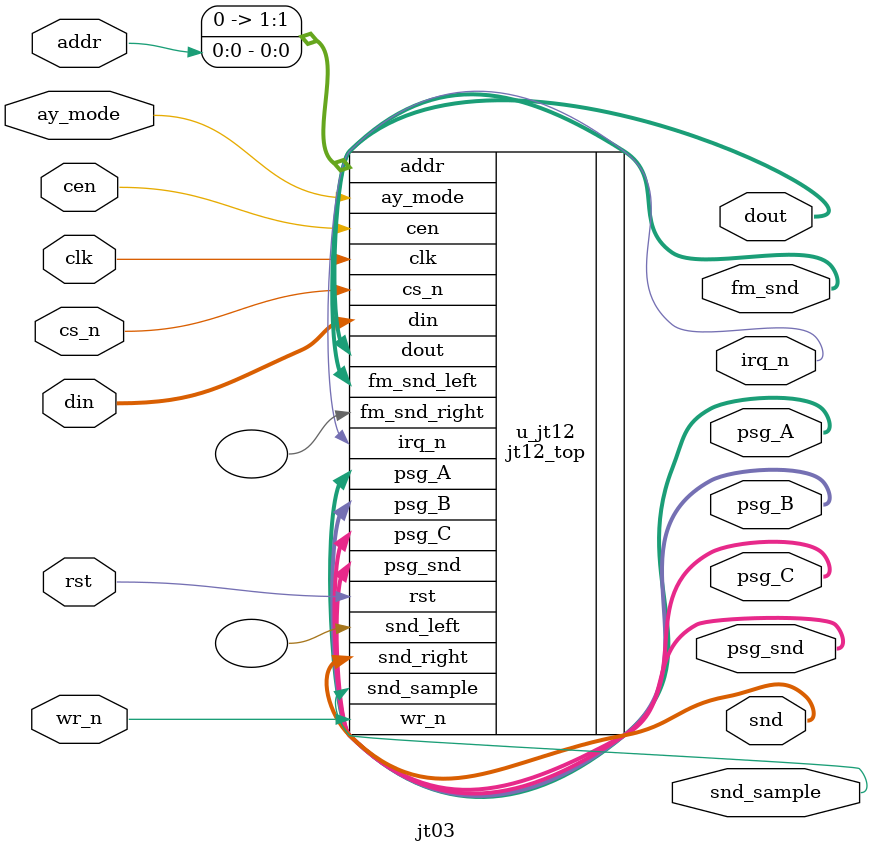
<source format=v>
/* This file is part of JT12.

 
    JT12 program is free software: you can redistribute it and/or modify
    it under the terms of the GNU General Public License as published by
    the Free Software Foundation, either version 3 of the License, or
    (at your option) any later version.

    JT12 program is distributed in the hope that it will be useful,
    but WITHOUT ANY WARRANTY; without even the implied warranty of
    MERCHANTABILITY or FITNESS FOR A PARTICULAR PURPOSE.  See the
    GNU General Public License for more details.

    You should have received a copy of the GNU General Public License
    along with JT12.  If not, see <http://www.gnu.org/licenses/>.

    Author: Jose Tejada Gomez. Twitter: @topapate
    Version: 1.0
    Date: 27-12-2018
*/

// Wrapper to output only combined channels. Defaults to YM2203 mode.



module jt03(
    input           rst,        // rst should be at least 6 clk&cen cycles long
    input           clk,        // CPU clock
    input           cen,        // optional clock enable, it not needed leave as 1'b1
    input   [7:0]   din,
    input           addr,
    input           cs_n,
    input           wr_n,
	 input 			  ay_mode,
    
    output  [7:0]   dout,
    output          irq_n,
    // Separated output
    output          [ 7:0] psg_A,
    output          [ 7:0] psg_B,
    output          [ 7:0] psg_C,
    output  signed  [15:0] fm_snd,
    // combined output
    output          [ 9:0] psg_snd,    
    output  signed  [15:0] snd,
    output          snd_sample
);

jt12_top #(.use_lfo(0),.use_ssg(1), .num_ch(3), .use_pcm(0), .use_lr(0)) 
u_jt12(
    .rst            ( rst          ),        // rst should be at least 6 clk&cen cycles long
    .clk            ( clk          ),        // CPU clock
    .cen            ( cen          ),        // optional clock enable, it not needed leave as 1'b1
    .din            ( din          ),
    .addr           ( {1'b0, addr} ),
    .cs_n           ( cs_n         ),
    .wr_n           ( wr_n         ),
	 .ay_mode		  ( ay_mode      ),
    
    .dout           ( dout         ),
    .irq_n          ( irq_n        ),
    // Separated output
    .psg_A          ( psg_A        ),
    .psg_B          ( psg_B        ),
    .psg_C          ( psg_C        ),
    .psg_snd        ( psg_snd      ),    
    .fm_snd_left    ( fm_snd       ),
    .fm_snd_right   (),

    .snd_right      ( snd          ),
    .snd_left       (),
    .snd_sample     ( snd_sample   )
);

endmodule // jt03
</source>
